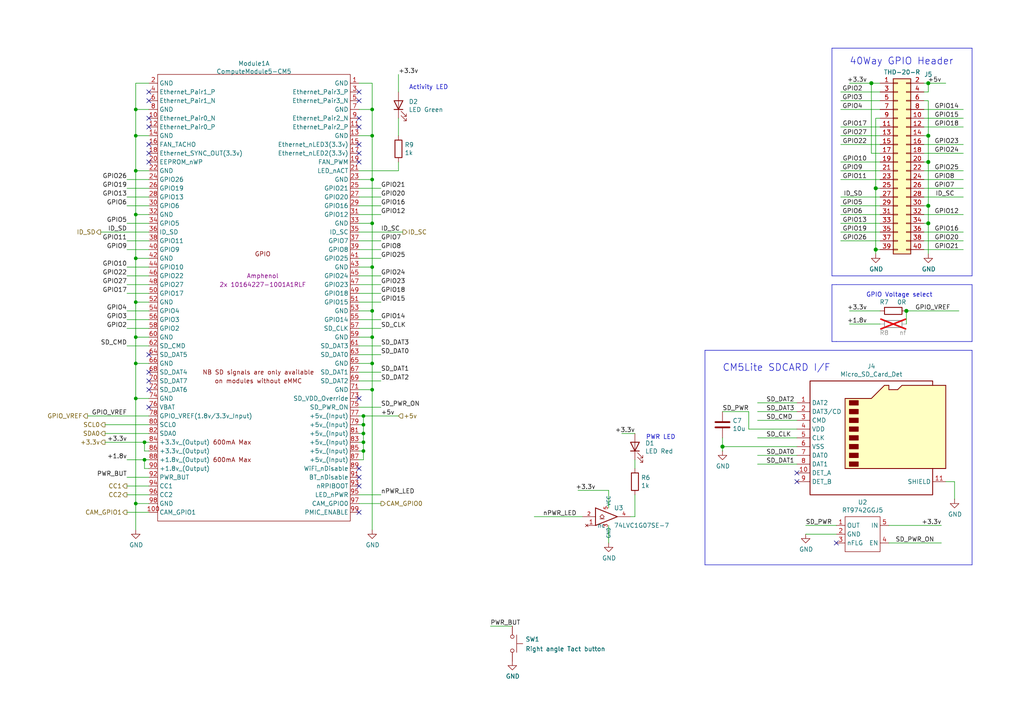
<source format=kicad_sch>
(kicad_sch (version 20231120) (generator "eeschema") (generator_version "8.0")
  (paper "A4")
  (lib_symbols
    (symbol "CM5IO:74LVC1G07_copy"
      (property "Reference" "U" (at -2.54 3.81 0))
      (property "Value" "74LVC1G07_copy" (at 0 -3.81 0))
      (symbol "74LVC1G07_copy_1_1"
        (pin no_connect line (at -6.35 -2.54 0) (length 2.54) (name "nc") (number "1"))
        (pin input line (at -7.62 0 0) (length 3.81) (name "~") (number "2"))
        (pin power_in line (at 0 -2.54 270) (length 0) (name "GND") (number "3"))
        (pin open_collector line (at 6.35 0 180) (length 3.81) (name "~") (number "4"))
        (pin power_in line (at 0 2.54 90) (length 0) (name "VCC") (number "5"))
      )
    )
    (symbol "CM5IO:ComputeModule5-CM5"
      (property "Reference" "Module" (at 113.03 -68.58 0))
      (property "Value" "ComputeModule5-CM5" (at 140.97 2.54 0))
      (property "Field4" "Amphenol" (at 0 0 0))
      (property "Field5" "2x 10164227-1001A1RLF" (at 0 -2.54 0))
      (symbol "ComputeModule5-CM5_1_0"
        (text "GPIO" (at 0 6.35 0) (effects (font (size 1.27 1.27))))
      )
      (symbol "ComputeModule5-CM5_1_1"
        (text "600mA Max" (at -8.89 -53.34 0) (effects (font (size 1.27 1.27))))
        (text "600mA Max" (at -8.89 -48.26 0) (effects (font (size 1.27 1.27))))
        (text "NB SD signals are only available" (at -1.27 -27.94 0) (effects (font (size 1.27 1.27))))
        (text "on modules without eMMC" (at -1.27 -30.48 0) (effects (font (size 1.27 1.27))))
        (pin power_in line (at 27.94 55.88 180) (length 2.54) (name "GND") (number "1"))
        (pin passive line (at -33.02 45.72 0) (length 2.54) (name "Ethernet_Pair0_N") (number "10"))
        (pin passive line (at -33.02 -68.58 0) (length 2.54) (name "CAM_GPIO1") (number "100"))
        (pin passive line (at 27.94 43.18 180) (length 2.54) (name "Ethernet_Pair2_P") (number "11"))
        (pin passive line (at -33.02 43.18 0) (length 2.54) (name "Ethernet_Pair0_P") (number "12"))
        (pin power_in line (at 27.94 40.64 180) (length 2.54) (name "GND") (number "13"))
        (pin power_in line (at -33.02 40.64 0) (length 2.54) (name "GND") (number "14"))
        (pin output line (at 27.94 38.1 180) (length 2.54) (name "Ethernet_nLED3(3.3v)") (number "15"))
        (pin input line (at -33.02 38.1 0) (length 2.54) (name "FAN_TACHO") (number "16"))
        (pin output line (at 27.94 35.56 180) (length 2.54) (name "Ethernet_nLED2(3.3v)") (number "17"))
        (pin input line (at -33.02 35.56 0) (length 2.54) (name "Ethernet_SYNC_OUT(3.3v)") (number "18"))
        (pin output line (at 27.94 33.02 180) (length 2.54) (name "FAN_PWM") (number "19"))
        (pin power_in line (at -33.02 55.88 0) (length 2.54) (name "GND") (number "2"))
        (pin passive line (at -33.02 33.02 0) (length 2.54) (name "EEPROM_nWP") (number "20"))
        (pin open_collector line (at 27.94 30.48 180) (length 2.54) (name "LED_nACT") (number "21"))
        (pin power_in line (at -33.02 30.48 0) (length 2.54) (name "GND") (number "22"))
        (pin power_in line (at 27.94 27.94 180) (length 2.54) (name "GND") (number "23"))
        (pin passive line (at -33.02 27.94 0) (length 2.54) (name "GPIO26") (number "24"))
        (pin passive line (at 27.94 25.4 180) (length 2.54) (name "GPIO21") (number "25"))
        (pin passive line (at -33.02 25.4 0) (length 2.54) (name "GPIO19") (number "26"))
        (pin passive line (at 27.94 22.86 180) (length 2.54) (name "GPIO20") (number "27"))
        (pin passive line (at -33.02 22.86 0) (length 2.54) (name "GPIO13") (number "28"))
        (pin passive line (at 27.94 20.32 180) (length 2.54) (name "GPIO16") (number "29"))
        (pin passive line (at 27.94 53.34 180) (length 2.54) (name "Ethernet_Pair3_P") (number "3"))
        (pin passive line (at -33.02 20.32 0) (length 2.54) (name "GPIO6") (number "30"))
        (pin passive line (at 27.94 17.78 180) (length 2.54) (name "GPIO12") (number "31"))
        (pin power_in line (at -33.02 17.78 0) (length 2.54) (name "GND") (number "32"))
        (pin power_in line (at 27.94 15.24 180) (length 2.54) (name "GND") (number "33"))
        (pin passive line (at -33.02 15.24 0) (length 2.54) (name "GPIO5") (number "34"))
        (pin passive line (at 27.94 12.7 180) (length 2.54) (name "ID_SC") (number "35"))
        (pin passive line (at -33.02 12.7 0) (length 2.54) (name "ID_SD") (number "36"))
        (pin passive line (at 27.94 10.16 180) (length 2.54) (name "GPIO7") (number "37"))
        (pin passive line (at -33.02 10.16 0) (length 2.54) (name "GPIO11") (number "38"))
        (pin passive line (at 27.94 7.62 180) (length 2.54) (name "GPIO8") (number "39"))
        (pin passive line (at -33.02 53.34 0) (length 2.54) (name "Ethernet_Pair1_P") (number "4"))
        (pin passive line (at -33.02 7.62 0) (length 2.54) (name "GPIO9") (number "40"))
        (pin passive line (at 27.94 5.08 180) (length 2.54) (name "GPIO25") (number "41"))
        (pin power_in line (at -33.02 5.08 0) (length 2.54) (name "GND") (number "42"))
        (pin power_in line (at 27.94 2.54 180) (length 2.54) (name "GND") (number "43"))
        (pin passive line (at -33.02 2.54 0) (length 2.54) (name "GPIO10") (number "44"))
        (pin passive line (at 27.94 0 180) (length 2.54) (name "GPIO24") (number "45"))
        (pin passive line (at -33.02 0 0) (length 2.54) (name "GPIO22") (number "46"))
        (pin passive line (at 27.94 -2.54 180) (length 2.54) (name "GPIO23") (number "47"))
        (pin passive line (at -33.02 -2.54 0) (length 2.54) (name "GPIO27") (number "48"))
        (pin passive line (at 27.94 -5.08 180) (length 2.54) (name "GPIO18") (number "49"))
        (pin passive line (at 27.94 50.8 180) (length 2.54) (name "Ethernet_Pair3_N") (number "5"))
        (pin passive line (at -33.02 -5.08 0) (length 2.54) (name "GPIO17") (number "50"))
        (pin passive line (at 27.94 -7.62 180) (length 2.54) (name "GPIO15") (number "51"))
        (pin power_in line (at -33.02 -7.62 0) (length 2.54) (name "GND") (number "52"))
        (pin power_in line (at 27.94 -10.16 180) (length 2.54) (name "GND") (number "53"))
        (pin passive line (at -33.02 -10.16 0) (length 2.54) (name "GPIO4") (number "54"))
        (pin passive line (at 27.94 -12.7 180) (length 2.54) (name "GPIO14") (number "55"))
        (pin passive line (at -33.02 -12.7 0) (length 2.54) (name "GPIO3") (number "56"))
        (pin passive line (at 27.94 -15.24 180) (length 2.54) (name "SD_CLK") (number "57"))
        (pin passive line (at -33.02 -15.24 0) (length 2.54) (name "GPIO2") (number "58"))
        (pin power_in line (at 27.94 -17.78 180) (length 2.54) (name "GND") (number "59"))
        (pin passive line (at -33.02 50.8 0) (length 2.54) (name "Ethernet_Pair1_N") (number "6"))
        (pin power_in line (at -33.02 -17.78 0) (length 2.54) (name "GND") (number "60"))
        (pin passive line (at 27.94 -20.32 180) (length 2.54) (name "SD_DAT3") (number "61"))
        (pin passive line (at -33.02 -20.32 0) (length 2.54) (name "SD_CMD") (number "62"))
        (pin passive line (at 27.94 -22.86 180) (length 2.54) (name "SD_DAT0") (number "63"))
        (pin passive line (at -33.02 -22.86 0) (length 2.54) (name "SD_DAT5") (number "64"))
        (pin power_in line (at 27.94 -25.4 180) (length 2.54) (name "GND") (number "65"))
        (pin power_in line (at -33.02 -25.4 0) (length 2.54) (name "GND") (number "66"))
        (pin passive line (at 27.94 -27.94 180) (length 2.54) (name "SD_DAT1") (number "67"))
        (pin passive line (at -33.02 -27.94 0) (length 2.54) (name "SD_DAT4") (number "68"))
        (pin passive line (at 27.94 -30.48 180) (length 2.54) (name "SD_DAT2") (number "69"))
        (pin power_in line (at 27.94 48.26 180) (length 2.54) (name "GND") (number "7"))
        (pin passive line (at -33.02 -30.48 0) (length 2.54) (name "SD_DAT7") (number "70"))
        (pin power_in line (at 27.94 -33.02 180) (length 2.54) (name "GND") (number "71"))
        (pin passive line (at -33.02 -33.02 0) (length 2.54) (name "SD_DAT6") (number "72"))
        (pin input line (at 27.94 -35.56 180) (length 2.54) (name "SD_VDD_Override") (number "73"))
        (pin power_in line (at -33.02 -35.56 0) (length 2.54) (name "GND") (number "74"))
        (pin output line (at 27.94 -38.1 180) (length 2.54) (name "SD_PWR_ON") (number "75"))
        (pin passive line (at -33.02 -38.1 0) (length 2.54) (name "VBAT") (number "76"))
        (pin power_in line (at 27.94 -40.64 180) (length 2.54) (name "+5v_(Input)") (number "77"))
        (pin power_in line (at -33.02 -40.64 0) (length 2.54) (name "GPIO_VREF(1.8v/3.3v_Input)") (number "78"))
        (pin power_in line (at 27.94 -43.18 180) (length 2.54) (name "+5v_(Input)") (number "79"))
        (pin power_in line (at -33.02 48.26 0) (length 2.54) (name "GND") (number "8"))
        (pin passive line (at -33.02 -43.18 0) (length 2.54) (name "SCL0") (number "80"))
        (pin power_in line (at 27.94 -45.72 180) (length 2.54) (name "+5v_(Input)") (number "81"))
        (pin passive line (at -33.02 -45.72 0) (length 2.54) (name "SDA0") (number "82"))
        (pin power_in line (at 27.94 -48.26 180) (length 2.54) (name "+5v_(Input)") (number "83"))
        (pin power_out line (at -33.02 -48.26 0) (length 2.54) (name "+3.3v_(Output)") (number "84"))
        (pin power_in line (at 27.94 -50.8 180) (length 2.54) (name "+5v_(Input)") (number "85"))
        (pin passive line (at -33.02 -50.8 0) (length 2.54) (name "+3.3v_(Output)") (number "86"))
        (pin power_in line (at 27.94 -53.34 180) (length 2.54) (name "+5v_(Input)") (number "87"))
        (pin power_out line (at -33.02 -53.34 0) (length 2.54) (name "+1.8v_(Output)") (number "88"))
        (pin input line (at 27.94 -55.88 180) (length 2.54) (name "WiFi_nDisable") (number "89"))
        (pin passive line (at 27.94 45.72 180) (length 2.54) (name "Ethernet_Pair2_N") (number "9"))
        (pin passive line (at -33.02 -55.88 0) (length 2.54) (name "+1.8v_(Output)") (number "90"))
        (pin input line (at 27.94 -58.42 180) (length 2.54) (name "BT_nDisable") (number "91"))
        (pin passive line (at -33.02 -58.42 0) (length 2.54) (name "PWR_BUT") (number "92"))
        (pin input line (at 27.94 -60.96 180) (length 2.54) (name "nRPIBOOT") (number "93"))
        (pin passive line (at -33.02 -60.96 0) (length 2.54) (name "CC1") (number "94"))
        (pin output line (at 27.94 -63.5 180) (length 2.54) (name "LED_nPWR") (number "95"))
        (pin passive line (at -33.02 -63.5 0) (length 2.54) (name "CC2") (number "96"))
        (pin passive line (at 27.94 -66.04 180) (length 2.54) (name "CAM_GPIO0") (number "97"))
        (pin power_in line (at -33.02 -66.04 0) (length 2.54) (name "GND") (number "98"))
        (pin input line (at 27.94 -68.58 180) (length 2.54) (name "PMIC_ENABLE") (number "99"))
      )
      (symbol "ComputeModule5-CM5_2_1"
        (text "High Speed Serial" (at 140.97 0 0) (effects (font (size 1.27 1.27))))
        (pin input line (at 170.18 60.96 180) (length 5.08) (name "USB_OTG_ID") (number "101"))
        (pin input line (at 109.22 60.96 0) (length 5.08) (name "PCIe_nCLKREQ") (number "102"))
        (pin passive line (at 170.18 58.42 180) (length 5.08) (name "USB2_N") (number "103"))
        (pin input line (at 109.22 58.42 0) (length 5.08) (name "PCIE_nWAKE") (number "104"))
        (pin passive line (at 170.18 55.88 180) (length 5.08) (name "USB2_P") (number "105"))
        (pin output line (at 109.22 55.88 0) (length 5.08) (name "PCIE_PWR_EN") (number "106"))
        (pin power_in line (at 170.18 53.34 180) (length 5.08) (name "GND") (number "107"))
        (pin power_in line (at 109.22 53.34 0) (length 5.08) (name "GND") (number "108"))
        (pin output line (at 170.18 50.8 180) (length 5.08) (name "PCIe_nRST") (number "109"))
        (pin output line (at 109.22 50.8 0) (length 5.08) (name "PCIe_CLK_P") (number "110"))
        (pin output line (at 170.18 48.26 180) (length 5.08) (name "VBUS_EN") (number "111"))
        (pin output line (at 109.22 48.26 0) (length 5.08) (name "PCIe_CLK_N") (number "112"))
        (pin power_in line (at 170.18 45.72 180) (length 5.08) (name "GND") (number "113"))
        (pin power_in line (at 109.22 45.72 0) (length 5.08) (name "GND") (number "114"))
        (pin input line (at 170.18 43.18 180) (length 5.08) (name "MIPI0_D0_N") (number "115"))
        (pin input line (at 109.22 43.18 0) (length 5.08) (name "PCIe_RX_P") (number "116"))
        (pin input line (at 170.18 40.64 180) (length 5.08) (name "MIPI0_D0_P") (number "117"))
        (pin input line (at 109.22 40.64 0) (length 5.08) (name "PCIe_RX_N") (number "118"))
        (pin power_in line (at 170.18 38.1 180) (length 5.08) (name "GND") (number "119"))
        (pin power_in line (at 109.22 38.1 0) (length 5.08) (name "GND") (number "120"))
        (pin input line (at 170.18 35.56 180) (length 5.08) (name "MIPI0_D1_N") (number "121"))
        (pin output line (at 109.22 35.56 0) (length 5.08) (name "PCIe_TX_P") (number "122"))
        (pin input line (at 170.18 33.02 180) (length 5.08) (name "MIPI0_D1_P") (number "123"))
        (pin output line (at 109.22 33.02 0) (length 5.08) (name "PCIe_TX_N") (number "124"))
        (pin power_in line (at 170.18 30.48 180) (length 5.08) (name "GND") (number "125"))
        (pin power_in line (at 109.22 30.48 0) (length 5.08) (name "GND") (number "126"))
        (pin input line (at 170.18 27.94 180) (length 5.08) (name "MIPI0_C_N") (number "127"))
        (pin input line (at 109.22 27.94 0) (length 5.08) (name "USB3-0-RX_N") (number "128"))
        (pin input line (at 170.18 25.4 180) (length 5.08) (name "MIPI0_C_P") (number "129"))
        (pin input line (at 109.22 25.4 0) (length 5.08) (name "USB3-0-RX_P") (number "130"))
        (pin power_in line (at 170.18 22.86 180) (length 5.08) (name "GND") (number "131"))
        (pin power_in line (at 109.22 22.86 0) (length 5.08) (name "GND") (number "132"))
        (pin input line (at 170.18 20.32 180) (length 5.08) (name "MIPI0_D2_N") (number "133"))
        (pin passive line (at 109.22 20.32 0) (length 5.08) (name "USB3-0-D_P") (number "134"))
        (pin input line (at 170.18 17.78 180) (length 5.08) (name "MIPI0_D2_P") (number "135"))
        (pin passive line (at 109.22 17.78 0) (length 5.08) (name "USB3-0-D_N") (number "136"))
        (pin power_in line (at 170.18 15.24 180) (length 5.08) (name "GND") (number "137"))
        (pin power_in line (at 109.22 15.24 0) (length 5.08) (name "GND") (number "138"))
        (pin input line (at 170.18 12.7 180) (length 5.08) (name "MIPI0_D3_N") (number "139"))
        (pin output line (at 109.22 12.7 0) (length 5.08) (name "USB3-0-TX_N") (number "140"))
        (pin input line (at 170.18 10.16 180) (length 5.08) (name "MIPI0_D3_P") (number "141"))
        (pin output line (at 109.22 10.16 0) (length 5.08) (name "USB3-0-TX_P") (number "142"))
        (pin input line (at 170.18 7.62 180) (length 5.08) (name "HDMI1_HOTPLUG") (number "143"))
        (pin power_in line (at 109.22 7.62 0) (length 5.08) (name "GND") (number "144"))
        (pin bidirectional line (at 170.18 5.08 180) (length 5.08) (name "HDMI1_SDA") (number "145"))
        (pin output line (at 109.22 5.08 0) (length 5.08) (name "HDMI1_TX2_P") (number "146"))
        (pin open_collector line (at 170.18 2.54 180) (length 5.08) (name "HDMI1_SCL") (number "147"))
        (pin output line (at 109.22 2.54 0) (length 5.08) (name "HDMI1_TX2_N") (number "148"))
        (pin open_collector line (at 170.18 0 180) (length 5.08) (name "HDMI1_CEC") (number "149"))
        (pin power_in line (at 109.22 0 0) (length 5.08) (name "GND") (number "150"))
        (pin open_collector line (at 170.18 -2.54 180) (length 5.08) (name "HDMI0_CEC") (number "151"))
        (pin output line (at 109.22 -2.54 0) (length 5.08) (name "HDMI1_TX1_P") (number "152"))
        (pin input line (at 170.18 -5.08 180) (length 5.08) (name "HDMI0_HOTPLUG") (number "153"))
        (pin output line (at 109.22 -5.08 0) (length 5.08) (name "HDMI1_TX1_N") (number "154"))
        (pin power_in line (at 170.18 -7.62 180) (length 5.08) (name "GND") (number "155"))
        (pin power_in line (at 109.22 -7.62 0) (length 5.08) (name "GND") (number "156"))
        (pin input line (at 170.18 -10.16 180) (length 5.08) (name "USB3-1-RX_N") (number "157"))
        (pin output line (at 109.22 -10.16 0) (length 5.08) (name "HDMI1_TX0_P") (number "158"))
        (pin input line (at 170.18 -12.7 180) (length 5.08) (name "USB3-1-RX_P") (number "159"))
        (pin output line (at 109.22 -12.7 0) (length 5.08) (name "HDMI1_TX0_N") (number "160"))
        (pin power_in line (at 170.18 -15.24 180) (length 5.08) (name "GND") (number "161"))
        (pin power_in line (at 109.22 -15.24 0) (length 5.08) (name "GND") (number "162"))
        (pin passive line (at 170.18 -17.78 180) (length 5.08) (name "USB3-1-D_P") (number "163"))
        (pin output line (at 109.22 -17.78 0) (length 5.08) (name "HDMI1_CLK_P") (number "164"))
        (pin passive line (at 170.18 -20.32 180) (length 5.08) (name "USB3-1-D_N") (number "165"))
        (pin output line (at 109.22 -20.32 0) (length 5.08) (name "HDMI1_CLK_N") (number "166"))
        (pin power_in line (at 170.18 -22.86 180) (length 5.08) (name "GND") (number "167"))
        (pin power_in line (at 109.22 -22.86 0) (length 5.08) (name "GND") (number "168"))
        (pin output line (at 170.18 -25.4 180) (length 5.08) (name "USB3-1-TX_N") (number "169"))
        (pin output line (at 109.22 -25.4 0) (length 5.08) (name "HDMI0_TX2_P") (number "170"))
        (pin output line (at 170.18 -27.94 180) (length 5.08) (name "USB3-1-TX_P") (number "171"))
        (pin output line (at 109.22 -27.94 0) (length 5.08) (name "HDMI0_TX2_N") (number "172"))
        (pin power_in line (at 170.18 -30.48 180) (length 5.08) (name "GND") (number "173"))
        (pin power_in line (at 109.22 -30.48 0) (length 5.08) (name "GND") (number "174"))
        (pin output line (at 170.18 -33.02 180) (length 5.08) (name "MIPI1_D0_N") (number "175"))
        (pin output line (at 109.22 -33.02 0) (length 5.08) (name "HDMI0_TX1_P") (number "176"))
        (pin output line (at 170.18 -35.56 180) (length 5.08) (name "MIPI1_D0_P") (number "177"))
        (pin output line (at 109.22 -35.56 0) (length 5.08) (name "HDMI0_TX1_N") (number "178"))
        (pin power_in line (at 170.18 -38.1 180) (length 5.08) (name "GND") (number "179"))
        (pin power_in line (at 109.22 -38.1 0) (length 5.08) (name "GND") (number "180"))
        (pin output line (at 170.18 -40.64 180) (length 5.08) (name "MIPI1_D1_N") (number "181"))
        (pin output line (at 109.22 -40.64 0) (length 5.08) (name "HDMI0_TX0_P") (number "182"))
        (pin output line (at 170.18 -43.18 180) (length 5.08) (name "MIPI1_D1_P") (number "183"))
        (pin output line (at 109.22 -43.18 0) (length 5.08) (name "HDMI0_TX0_N") (number "184"))
        (pin power_in line (at 170.18 -45.72 180) (length 5.08) (name "GND") (number "185"))
        (pin power_in line (at 109.22 -45.72 0) (length 5.08) (name "GND") (number "186"))
        (pin output line (at 170.18 -48.26 180) (length 5.08) (name "MIPI1_C_N") (number "187"))
        (pin output line (at 109.22 -48.26 0) (length 5.08) (name "HDMI0_CLK_P") (number "188"))
        (pin output line (at 170.18 -50.8 180) (length 5.08) (name "MIPI1_C_P") (number "189"))
        (pin output line (at 109.22 -50.8 0) (length 5.08) (name "HDMI0_CLK_N") (number "190"))
        (pin power_in line (at 170.18 -53.34 180) (length 5.08) (name "GND") (number "191"))
        (pin power_in line (at 109.22 -53.34 0) (length 5.08) (name "GND") (number "192"))
        (pin output line (at 170.18 -55.88 180) (length 5.08) (name "MIPI1_D2_N") (number "193"))
        (pin output line (at 109.22 -55.88 0) (length 5.08) (name "MIPI1_D3_N") (number "194"))
        (pin output line (at 170.18 -58.42 180) (length 5.08) (name "MIPI1_D2_P") (number "195"))
        (pin output line (at 109.22 -58.42 0) (length 5.08) (name "MIPI1_D3_P") (number "196"))
        (pin power_in line (at 170.18 -60.96 180) (length 5.08) (name "GND") (number "197"))
        (pin power_in line (at 109.22 -60.96 0) (length 5.08) (name "GND") (number "198"))
        (pin bidirectional line (at 170.18 -63.5 180) (length 5.08) (name "HDMI0_SDA") (number "199"))
        (pin open_collector line (at 109.22 -63.5 0) (length 5.08) (name "HDMI0_SCL") (number "200"))
      )
    )
    (symbol "CM5IO:RT9742GGJ5"
      (property "Reference" "U" (at 0 0 0))
      (property "Value" "RT9742GGJ5" (at 0 0 0))
      (symbol "RT9742GGJ5_0_0"
        (pin power_out line (at -8.89 10.16 0) (length 2.54) (name "OUT") (number "1"))
        (pin power_in line (at -8.89 7.62 0) (length 2.54) (name "GND") (number "2"))
        (pin open_collector line (at -8.89 5.08 0) (length 2.54) (name "nFLG") (number "3"))
        (pin input line (at 6.35 5.08 180) (length 2.54) (name "EN") (number "4"))
        (pin power_in line (at 6.35 10.16 180) (length 2.54) (name "IN") (number "5"))
      )
    )
    (symbol "Connector:Micro_SD_Card_Det2"
      (property "Reference" "J" (at -16.51 17.78 0))
      (property "Value" "Micro_SD_Card_Det2" (at 16.51 17.78 0))
      (symbol "Micro_SD_Card_Det2_1_1"
        (pin bidirectional line (at -22.86 10.16 0) (length 3.81) (name "DAT2") (number "1"))
        (pin passive line (at -22.86 -10.16 0) (length 3.81) (name "DET_A") (number "10"))
        (pin passive line (at 20.32 -12.7 180) (length 3.81) (name "SHIELD") (number "11"))
        (pin bidirectional line (at -22.86 7.62 0) (length 3.81) (name "DAT3/CD") (number "2"))
        (pin input line (at -22.86 5.08 0) (length 3.81) (name "CMD") (number "3"))
        (pin power_in line (at -22.86 2.54 0) (length 3.81) (name "VDD") (number "4"))
        (pin input line (at -22.86 0 0) (length 3.81) (name "CLK") (number "5"))
        (pin power_in line (at -22.86 -2.54 0) (length 3.81) (name "VSS") (number "6"))
        (pin bidirectional line (at -22.86 -5.08 0) (length 3.81) (name "DAT0") (number "7"))
        (pin bidirectional line (at -22.86 -7.62 0) (length 3.81) (name "DAT1") (number "8"))
        (pin passive line (at -22.86 -12.7 0) (length 3.81) (name "DET_B") (number "9"))
      )
    )
    (symbol "Connector_Generic:Conn_02x20_Odd_Even" (pin_names (offset 1.016) hide)
      (property "Reference" "J" (at 1.27 25.4 0))
      (property "Value" "Conn_02x20_Odd_Even" (at 1.27 -27.94 0))
      (symbol "Conn_02x20_Odd_Even_1_1"
        (pin passive line (at -5.08 22.86 0) (length 3.81) (name "Pin_1") (number "1"))
        (pin passive line (at 7.62 12.7 180) (length 3.81) (name "Pin_10") (number "10"))
        (pin passive line (at -5.08 10.16 0) (length 3.81) (name "Pin_11") (number "11"))
        (pin passive line (at 7.62 10.16 180) (length 3.81) (name "Pin_12") (number "12"))
        (pin passive line (at -5.08 7.62 0) (length 3.81) (name "Pin_13") (number "13"))
        (pin passive line (at 7.62 7.62 180) (length 3.81) (name "Pin_14") (number "14"))
        (pin passive line (at -5.08 5.08 0) (length 3.81) (name "Pin_15") (number "15"))
        (pin passive line (at 7.62 5.08 180) (length 3.81) (name "Pin_16") (number "16"))
        (pin passive line (at -5.08 2.54 0) (length 3.81) (name "Pin_17") (number "17"))
        (pin passive line (at 7.62 2.54 180) (length 3.81) (name "Pin_18") (number "18"))
        (pin passive line (at -5.08 0 0) (length 3.81) (name "Pin_19") (number "19"))
        (pin passive line (at 7.62 22.86 180) (length 3.81) (name "Pin_2") (number "2"))
        (pin passive line (at 7.62 0 180) (length 3.81) (name "Pin_20") (number "20"))
        (pin passive line (at -5.08 -2.54 0) (length 3.81) (name "Pin_21") (number "21"))
        (pin passive line (at 7.62 -2.54 180) (length 3.81) (name "Pin_22") (number "22"))
        (pin passive line (at -5.08 -5.08 0) (length 3.81) (name "Pin_23") (number "23"))
        (pin passive line (at 7.62 -5.08 180) (length 3.81) (name "Pin_24") (number "24"))
        (pin passive line (at -5.08 -7.62 0) (length 3.81) (name "Pin_25") (number "25"))
        (pin passive line (at 7.62 -7.62 180) (length 3.81) (name "Pin_26") (number "26"))
        (pin passive line (at -5.08 -10.16 0) (length 3.81) (name "Pin_27") (number "27"))
        (pin passive line (at 7.62 -10.16 180) (length 3.81) (name "Pin_28") (number "28"))
        (pin passive line (at -5.08 -12.7 0) (length 3.81) (name "Pin_29") (number "29"))
        (pin passive line (at -5.08 20.32 0) (length 3.81) (name "Pin_3") (number "3"))
        (pin passive line (at 7.62 -12.7 180) (length 3.81) (name "Pin_30") (number "30"))
        (pin passive line (at -5.08 -15.24 0) (length 3.81) (name "Pin_31") (number "31"))
        (pin passive line (at 7.62 -15.24 180) (length 3.81) (name "Pin_32") (number "32"))
        (pin passive line (at -5.08 -17.78 0) (length 3.81) (name "Pin_33") (number "33"))
        (pin passive line (at 7.62 -17.78 180) (length 3.81) (name "Pin_34") (number "34"))
        (pin passive line (at -5.08 -20.32 0) (length 3.81) (name "Pin_35") (number "35"))
        (pin passive line (at 7.62 -20.32 180) (length 3.81) (name "Pin_36") (number "36"))
        (pin passive line (at -5.08 -22.86 0) (length 3.81) (name "Pin_37") (number "37"))
        (pin passive line (at 7.62 -22.86 180) (length 3.81) (name "Pin_38") (number "38"))
        (pin passive line (at -5.08 -25.4 0) (length 3.81) (name "Pin_39") (number "39"))
        (pin passive line (at 7.62 20.32 180) (length 3.81) (name "Pin_4") (number "4"))
        (pin passive line (at 7.62 -25.4 180) (length 3.81) (name "Pin_40") (number "40"))
        (pin passive line (at -5.08 17.78 0) (length 3.81) (name "Pin_5") (number "5"))
        (pin passive line (at 7.62 17.78 180) (length 3.81) (name "Pin_6") (number "6"))
        (pin passive line (at -5.08 15.24 0) (length 3.81) (name "Pin_7") (number "7"))
        (pin passive line (at 7.62 15.24 180) (length 3.81) (name "Pin_8") (number "8"))
        (pin passive line (at -5.08 12.7 0) (length 3.81) (name "Pin_9") (number "9"))
      )
    )
    (symbol "Device:C" (pin_numbers hide) (pin_names (offset 0.254))
      (property "Reference" "C" (at 0.635 2.54 0))
      (property "Value" "C" (at 0.635 -2.54 0))
      (symbol "C_1_1"
        (pin passive line (at 0 3.81 270) (length 2.794) (name "~") (number "1"))
        (pin passive line (at 0 -3.81 90) (length 2.794) (name "~") (number "2"))
      )
    )
    (symbol "Device:LED" (pin_numbers hide) (pin_names (offset 1.016) hide)
      (property "Reference" "D" (at 0 2.54 0))
      (property "Value" "LED" (at 0 -2.54 0))
      (symbol "LED_1_1"
        (pin passive line (at -3.81 0 0) (length 2.54) (name "K") (number "1"))
        (pin passive line (at 3.81 0 180) (length 2.54) (name "A") (number "2"))
      )
    )
    (symbol "Device:R" (pin_numbers hide) (pin_names (offset 0))
      (property "Reference" "R" (at 2.032 0 90))
      (property "Value" "R" (at 0 0 90))
      (symbol "R_1_1"
        (pin passive line (at 0 3.81 270) (length 1.27) (name "~") (number "1"))
        (pin passive line (at 0 -3.81 90) (length 1.27) (name "~") (number "2"))
      )
    )
    (symbol "LED_1" (pin_numbers hide) (pin_names (offset 1.016) hide)
      (property "Reference" "D" (at 0 2.54 0))
      (property "Value" "LED" (at 0 -2.54 0))
      (symbol "LED_1_1_1"
        (pin passive line (at -3.81 0 0) (length 2.54) (name "K") (number "1"))
        (pin passive line (at 3.81 0 180) (length 2.54) (name "A") (number "2"))
      )
    )
    (symbol "Switch:SW_Push" (pin_numbers hide) (pin_names (offset 1.016) hide)
      (property "Reference" "SW" (at 1.27 2.54 0))
      (property "Value" "SW_Push" (at 0 -1.524 0))
      (symbol "SW_Push_0_1"
        (pin passive line (at -5.08 0 0) (length 2.54) (name "1") (number "1"))
        (pin passive line (at 5.08 0 180) (length 2.54) (name "2") (number "2"))
      )
    )
    (symbol "power:GND" (power) (pin_numbers hide) (pin_names (offset 0) hide)
      (property "Value" "GND" (at 0 -3.81 0))
      (symbol "GND_1_1"
        (pin power_in line (at 0 0 270) (length 0) (name "~") (number "1"))
      )
    )
  )
  (junction (at 107.95 113.03))
  (junction (at 107.95 97.79))
  (junction (at 105.41 125.73))
  (junction (at 254 54.61) (diameter 1.016))
  (junction (at 269.24 59.69) (diameter 1.016))
  (junction (at 105.41 128.27))
  (junction (at 269.24 64.77) (diameter 1.016))
  (junction (at 107.95 52.07))
  (junction (at 41.91 133.35))
  (junction (at 105.41 120.65))
  (junction (at 107.95 31.75))
  (junction (at 107.95 77.47))
  (junction (at 39.37 146.05))
  (junction (at 39.37 105.41))
  (junction (at 107.95 64.77))
  (junction (at 39.37 87.63))
  (junction (at 262.89 90.17) (diameter 1.016))
  (junction (at 105.41 130.81))
  (junction (at 39.37 97.79))
  (junction (at 269.24 46.99) (diameter 1.016))
  (junction (at 107.95 39.37))
  (junction (at 209.55 129.54) (diameter 1.016))
  (junction (at 39.37 49.53))
  (junction (at 269.24 39.37) (diameter 1.016))
  (junction (at 254 72.39) (diameter 1.016))
  (junction (at 107.95 105.41))
  (junction (at 105.41 123.19))
  (junction (at 41.91 128.27))
  (junction (at 252.73 24.13) (diameter 1.016))
  (junction (at 39.37 115.57))
  (junction (at 269.24 24.13) (diameter 1.016))
  (junction (at 39.37 62.23))
  (junction (at 107.95 90.17))
  (junction (at 39.37 74.93))
  (junction (at 39.37 31.75))
  (junction (at 39.37 39.37))
  (no_connect (at 231.14 137.16))
  (no_connect (at 242.57 157.48))
  (no_connect (at 104.14 115.57))
  (no_connect (at 104.14 148.59))
  (no_connect (at 43.18 118.11))
  (no_connect (at 104.14 36.83))
  (no_connect (at 43.18 46.99))
  (no_connect (at 43.18 26.67))
  (no_connect (at 104.14 135.89))
  (no_connect (at 104.14 46.99))
  (no_connect (at 104.14 138.43))
  (no_connect (at 43.18 110.49))
  (no_connect (at 43.18 44.45))
  (no_connect (at 43.18 29.21))
  (no_connect (at 43.18 36.83))
  (no_connect (at 43.18 113.03))
  (no_connect (at 104.14 140.97))
  (no_connect (at 104.14 34.29))
  (no_connect (at 43.18 102.87))
  (no_connect (at 231.14 139.7))
  (no_connect (at 43.18 34.29))
  (no_connect (at 104.14 44.45))
  (no_connect (at 104.14 26.67))
  (no_connect (at 43.18 41.91))
  (no_connect (at 104.14 29.21))
  (no_connect (at 43.18 107.95))
  (no_connect (at 104.14 41.91))
  (wire (pts (xy 104.14 67.31) (xy 116.84 67.31)))
  (wire (pts (xy 176.53 152.4) (xy 176.53 157.48)))
  (wire (pts (xy 104.14 74.93) (xy 110.49 74.93)))
  (wire (pts (xy 107.95 24.13) (xy 107.95 31.75)))
  (wire (pts (xy 115.57 49.53) (xy 115.57 46.99)))
  (polyline (pts (xy 281.94 99.06) (xy 242.57 99.06)) (stroke (width 0) (type solid)))
  (wire (pts (xy 242.57 152.4) (xy 233.68 152.4)))
  (wire (pts (xy 105.41 125.73) (xy 105.41 123.19)))
  (wire (pts (xy 39.37 24.13) (xy 39.37 31.75)))
  (wire (pts (xy 269.24 59.69) (xy 269.24 46.99)))
  (wire (pts (xy 243.84 59.69) (xy 255.27 59.69)))
  (wire (pts (xy 105.41 120.65) (xy 115.57 120.65)))
  (polyline (pts (xy 204.47 101.6) (xy 281.94 101.6)) (stroke (width 0) (type solid)))
  (wire (pts (xy 104.14 80.01) (xy 110.49 80.01)))
  (wire (pts (xy 246.38 93.98) (xy 255.27 93.98)))
  (wire (pts (xy 115.57 21.59) (xy 115.57 26.67)))
  (wire (pts (xy 104.14 100.33) (xy 110.49 100.33)))
  (wire (pts (xy 269.24 24.13) (xy 274.32 24.13)))
  (wire (pts (xy 30.48 128.27) (xy 41.91 128.27)))
  (wire (pts (xy 142.24 181.61) (xy 148.59 181.61)))
  (wire (pts (xy 104.14 39.37) (xy 107.95 39.37)))
  (wire (pts (xy 267.97 69.85) (xy 279.4 69.85)))
  (wire (pts (xy 104.14 107.95) (xy 110.49 107.95)))
  (polyline (pts (xy 241.3 99.06) (xy 241.3 82.55)) (stroke (width 0) (type solid)))
  (wire (pts (xy 246.38 90.17) (xy 255.27 90.17)))
  (wire (pts (xy 231.14 134.62) (xy 219.71 134.62)))
  (wire (pts (xy 267.97 67.31) (xy 279.4 67.31)))
  (wire (pts (xy 104.14 62.23) (xy 110.49 62.23)))
  (wire (pts (xy 104.14 59.69) (xy 110.49 59.69)))
  (wire (pts (xy 104.14 113.03) (xy 107.95 113.03)))
  (wire (pts (xy 267.97 36.83) (xy 279.4 36.83)))
  (wire (pts (xy 36.83 138.43) (xy 43.18 138.43)))
  (wire (pts (xy 243.84 69.85) (xy 255.27 69.85)))
  (wire (pts (xy 107.95 90.17) (xy 107.95 97.79)))
  (wire (pts (xy 39.37 74.93) (xy 43.18 74.93)))
  (wire (pts (xy 104.14 125.73) (xy 105.41 125.73)))
  (wire (pts (xy 39.37 115.57) (xy 43.18 115.57)))
  (wire (pts (xy 104.14 97.79) (xy 107.95 97.79)))
  (wire (pts (xy 39.37 97.79) (xy 43.18 97.79)))
  (polyline (pts (xy 204.47 163.83) (xy 204.47 101.6)) (stroke (width 0) (type solid)))
  (wire (pts (xy 243.84 52.07) (xy 255.27 52.07)))
  (wire (pts (xy 39.37 146.05) (xy 39.37 153.67)))
  (wire (pts (xy 269.24 64.77) (xy 269.24 73.66)))
  (wire (pts (xy 36.83 100.33) (xy 43.18 100.33)))
  (wire (pts (xy 257.81 152.4) (xy 273.05 152.4)))
  (wire (pts (xy 36.83 59.69) (xy 43.18 59.69)))
  (wire (pts (xy 231.14 119.38) (xy 219.71 119.38)))
  (wire (pts (xy 267.97 29.21) (xy 269.24 29.21)))
  (wire (pts (xy 231.14 127) (xy 219.71 127)))
  (wire (pts (xy 267.97 31.75) (xy 279.4 31.75)))
  (wire (pts (xy 39.37 105.41) (xy 43.18 105.41)))
  (wire (pts (xy 30.48 123.19) (xy 43.18 123.19)))
  (wire (pts (xy 104.14 31.75) (xy 107.95 31.75)))
  (wire (pts (xy 36.83 54.61) (xy 43.18 54.61)))
  (wire (pts (xy 104.14 85.09) (xy 110.49 85.09)))
  (wire (pts (xy 209.55 129.54) (xy 209.55 130.81)))
  (wire (pts (xy 107.95 97.79) (xy 107.95 105.41)))
  (wire (pts (xy 104.14 49.53) (xy 115.57 49.53)))
  (wire (pts (xy 43.18 24.13) (xy 39.37 24.13)))
  (wire (pts (xy 104.14 110.49) (xy 110.49 110.49)))
  (wire (pts (xy 267.97 24.13) (xy 269.24 24.13)))
  (wire (pts (xy 43.18 31.75) (xy 39.37 31.75)))
  (wire (pts (xy 269.24 29.21) (xy 269.24 39.37)))
  (wire (pts (xy 105.41 120.65) (xy 105.41 123.19)))
  (wire (pts (xy 184.15 143.51) (xy 184.15 149.86)))
  (wire (pts (xy 243.84 46.99) (xy 255.27 46.99)))
  (wire (pts (xy 104.14 123.19) (xy 105.41 123.19)))
  (wire (pts (xy 269.24 64.77) (xy 269.24 59.69)))
  (wire (pts (xy 104.14 118.11) (xy 110.49 118.11)))
  (wire (pts (xy 41.91 135.89) (xy 41.91 133.35)))
  (wire (pts (xy 257.81 157.48) (xy 273.05 157.48)))
  (wire (pts (xy 267.97 54.61) (xy 279.4 54.61)))
  (polyline (pts (xy 241.3 99.06) (xy 242.57 99.06)) (stroke (width 0) (type solid)))
  (wire (pts (xy 104.14 128.27) (xy 105.41 128.27)))
  (polyline (pts (xy 281.94 13.97) (xy 241.3 13.97)) (stroke (width 0) (type solid)))
  (wire (pts (xy 104.14 105.41) (xy 107.95 105.41)))
  (wire (pts (xy 39.37 74.93) (xy 39.37 87.63)))
  (wire (pts (xy 209.55 127) (xy 209.55 129.54)))
  (wire (pts (xy 104.14 54.61) (xy 110.49 54.61)))
  (wire (pts (xy 252.73 44.45) (xy 255.27 44.45)))
  (wire (pts (xy 243.84 29.21) (xy 255.27 29.21)))
  (wire (pts (xy 209.55 129.54) (xy 231.14 129.54)))
  (wire (pts (xy 231.14 124.46) (xy 217.17 124.46)))
  (wire (pts (xy 267.97 52.07) (xy 279.4 52.07)))
  (wire (pts (xy 104.14 95.25) (xy 110.49 95.25)))
  (wire (pts (xy 254 54.61) (xy 255.27 54.61)))
  (wire (pts (xy 39.37 105.41) (xy 39.37 115.57)))
  (wire (pts (xy 36.83 133.35) (xy 41.91 133.35)))
  (wire (pts (xy 154.94 149.86) (xy 168.91 149.86)))
  (wire (pts (xy 39.37 87.63) (xy 39.37 97.79)))
  (wire (pts (xy 104.14 120.65) (xy 105.41 120.65)))
  (polyline (pts (xy 281.94 163.83) (xy 204.47 163.83)) (stroke (width 0) (type solid)))
  (wire (pts (xy 269.24 39.37) (xy 267.97 39.37)))
  (wire (pts (xy 176.53 147.32) (xy 176.53 142.24)))
  (wire (pts (xy 39.37 146.05) (xy 43.18 146.05)))
  (wire (pts (xy 105.41 133.35) (xy 105.41 130.81)))
  (wire (pts (xy 267.97 59.69) (xy 269.24 59.69)))
  (polyline (pts (xy 281.94 82.55) (xy 281.94 99.06)) (stroke (width 0) (type solid)))
  (wire (pts (xy 217.17 124.46) (xy 217.17 119.38)))
  (wire (pts (xy 242.57 154.94) (xy 233.68 154.94)))
  (wire (pts (xy 107.95 31.75) (xy 107.95 39.37)))
  (wire (pts (xy 29.21 67.31) (xy 43.18 67.31)))
  (wire (pts (xy 36.83 69.85) (xy 43.18 69.85)))
  (wire (pts (xy 36.83 52.07) (xy 43.18 52.07)))
  (wire (pts (xy 254 72.39) (xy 254 73.66)))
  (wire (pts (xy 267.97 34.29) (xy 279.4 34.29)))
  (wire (pts (xy 243.84 57.15) (xy 255.27 57.15)))
  (wire (pts (xy 39.37 39.37) (xy 39.37 49.53)))
  (wire (pts (xy 243.84 31.75) (xy 255.27 31.75)))
  (wire (pts (xy 269.24 46.99) (xy 267.97 46.99)))
  (wire (pts (xy 243.84 64.77) (xy 255.27 64.77)))
  (wire (pts (xy 243.84 36.83) (xy 255.27 36.83)))
  (wire (pts (xy 104.14 72.39) (xy 110.49 72.39)))
  (wire (pts (xy 107.95 52.07) (xy 107.95 64.77)))
  (wire (pts (xy 104.14 92.71) (xy 110.49 92.71)))
  (polyline (pts (xy 281.94 101.6) (xy 281.94 163.83)) (stroke (width 0) (type solid)))
  (wire (pts (xy 39.37 62.23) (xy 39.37 74.93)))
  (wire (pts (xy 243.84 26.67) (xy 255.27 26.67)))
  (wire (pts (xy 254 34.29) (xy 254 54.61)))
  (wire (pts (xy 267.97 44.45) (xy 279.4 44.45)))
  (polyline (pts (xy 241.3 80.01) (xy 281.94 80.01)) (stroke (width 0) (type solid)))
  (wire (pts (xy 36.83 57.15) (xy 43.18 57.15)))
  (wire (pts (xy 104.14 133.35) (xy 105.41 133.35)))
  (wire (pts (xy 39.37 87.63) (xy 43.18 87.63)))
  (wire (pts (xy 262.89 90.17) (xy 262.89 93.98)))
  (wire (pts (xy 39.37 49.53) (xy 43.18 49.53)))
  (wire (pts (xy 36.83 90.17) (xy 43.18 90.17)))
  (wire (pts (xy 39.37 39.37) (xy 43.18 39.37)))
  (wire (pts (xy 255.27 34.29) (xy 254 34.29)))
  (wire (pts (xy 39.37 97.79) (xy 39.37 105.41)))
  (wire (pts (xy 43.18 135.89) (xy 41.91 135.89)))
  (wire (pts (xy 41.91 133.35) (xy 43.18 133.35)))
  (wire (pts (xy 243.84 39.37) (xy 255.27 39.37)))
  (wire (pts (xy 107.95 64.77) (xy 107.95 77.47)))
  (wire (pts (xy 176.53 142.24) (xy 167.64 142.24)))
  (wire (pts (xy 246.38 24.13) (xy 252.73 24.13)))
  (wire (pts (xy 36.83 85.09) (xy 43.18 85.09)))
  (wire (pts (xy 36.83 64.77) (xy 43.18 64.77)))
  (wire (pts (xy 104.14 52.07) (xy 107.95 52.07)))
  (wire (pts (xy 39.37 31.75) (xy 39.37 39.37)))
  (wire (pts (xy 252.73 24.13) (xy 252.73 44.45)))
  (wire (pts (xy 36.83 82.55) (xy 43.18 82.55)))
  (wire (pts (xy 36.83 72.39) (xy 43.18 72.39)))
  (wire (pts (xy 104.14 24.13) (xy 107.95 24.13)))
  (wire (pts (xy 267.97 26.67) (xy 269.24 26.67)))
  (wire (pts (xy 107.95 105.41) (xy 107.95 113.03)))
  (wire (pts (xy 254 72.39) (xy 255.27 72.39)))
  (wire (pts (xy 39.37 62.23) (xy 43.18 62.23)))
  (wire (pts (xy 36.83 140.97) (xy 43.18 140.97)))
  (wire (pts (xy 267.97 72.39) (xy 279.4 72.39)))
  (wire (pts (xy 267.97 41.91) (xy 279.4 41.91)))
  (wire (pts (xy 243.84 41.91) (xy 255.27 41.91)))
  (wire (pts (xy 104.14 130.81) (xy 105.41 130.81)))
  (wire (pts (xy 219.71 116.84) (xy 231.14 116.84)))
  (wire (pts (xy 267.97 49.53) (xy 279.4 49.53)))
  (wire (pts (xy 267.97 64.77) (xy 269.24 64.77)))
  (wire (pts (xy 41.91 128.27) (xy 43.18 128.27)))
  (wire (pts (xy 104.14 102.87) (xy 110.49 102.87)))
  (wire (pts (xy 105.41 128.27) (xy 105.41 125.73)))
  (polyline (pts (xy 242.57 82.55) (xy 241.3 82.55)) (stroke (width 0) (type solid)))
  (wire (pts (xy 104.14 90.17) (xy 107.95 90.17)))
  (wire (pts (xy 36.83 77.47) (xy 43.18 77.47)))
  (wire (pts (xy 104.14 146.05) (xy 110.49 146.05)))
  (wire (pts (xy 36.83 143.51) (xy 43.18 143.51)))
  (wire (pts (xy 269.24 26.67) (xy 269.24 24.13)))
  (wire (pts (xy 36.83 92.71) (xy 43.18 92.71)))
  (wire (pts (xy 107.95 39.37) (xy 107.95 52.07)))
  (wire (pts (xy 104.14 77.47) (xy 107.95 77.47)))
  (polyline (pts (xy 241.3 13.97) (xy 241.3 80.01)) (stroke (width 0) (type solid)))
  (wire (pts (xy 115.57 34.29) (xy 115.57 39.37)))
  (wire (pts (xy 184.15 149.86) (xy 182.88 149.86)))
  (wire (pts (xy 107.95 77.47) (xy 107.95 90.17)))
  (wire (pts (xy 30.48 125.73) (xy 43.18 125.73)))
  (wire (pts (xy 36.83 148.59) (xy 43.18 148.59)))
  (wire (pts (xy 184.15 125.73) (xy 180.34 125.73)))
  (wire (pts (xy 39.37 115.57) (xy 39.37 146.05)))
  (wire (pts (xy 184.15 133.35) (xy 184.15 135.89)))
  (wire (pts (xy 25.4 120.65) (xy 43.18 120.65)))
  (wire (pts (xy 219.71 132.08) (xy 231.14 132.08)))
  (wire (pts (xy 107.95 113.03) (xy 107.95 153.67)))
  (wire (pts (xy 267.97 62.23) (xy 279.4 62.23)))
  (wire (pts (xy 105.41 130.81) (xy 105.41 128.27)))
  (wire (pts (xy 243.84 62.23) (xy 255.27 62.23)))
  (wire (pts (xy 274.32 139.7) (xy 276.86 139.7)))
  (wire (pts (xy 219.71 121.92) (xy 231.14 121.92)))
  (wire (pts (xy 104.14 87.63) (xy 110.49 87.63)))
  (wire (pts (xy 104.14 69.85) (xy 110.49 69.85)))
  (wire (pts (xy 254 54.61) (xy 254 72.39)))
  (wire (pts (xy 269.24 39.37) (xy 269.24 46.99)))
  (wire (pts (xy 209.55 119.38) (xy 217.17 119.38)))
  (polyline (pts (xy 281.94 13.97) (xy 281.94 80.01)) (stroke (width 0) (type solid)))
  (wire (pts (xy 41.91 130.81) (xy 41.91 128.27)))
  (wire (pts (xy 104.14 143.51) (xy 110.49 143.51)))
  (wire (pts (xy 104.14 82.55) (xy 110.49 82.55)))
  (polyline (pts (xy 242.57 82.55) (xy 281.94 82.55)) (stroke (width 0) (type solid)))
  (wire (pts (xy 262.89 90.17) (xy 278.13 90.17)))
  (wire (pts (xy 104.14 64.77) (xy 107.95 64.77)))
  (wire (pts (xy 243.84 67.31) (xy 255.27 67.31)))
  (wire (pts (xy 36.83 95.25) (xy 43.18 95.25)))
  (wire (pts (xy 104.14 57.15) (xy 110.49 57.15)))
  (wire (pts (xy 39.37 49.53) (xy 39.37 62.23)))
  (wire (pts (xy 43.18 130.81) (xy 41.91 130.81)))
  (wire (pts (xy 267.97 57.15) (xy 279.4 57.15)))
  (wire (pts (xy 36.83 80.01) (xy 43.18 80.01)))
  (wire (pts (xy 276.86 139.7) (xy 276.86 144.78)))
  (wire (pts (xy 255.27 24.13) (xy 252.73 24.13)))
  (wire (pts (xy 243.84 49.53) (xy 255.27 49.53)))
  (text "Activity LED" (at 118.618 26.162 0) (effects (font (size 1.27 1.27)) (justify left bottom)))
  (text "PWR LED" (at 187.325 127.635 0) (effects (font (size 1.27 1.27)) (justify left bottom)))
  (text "40Way GPIO Header" (at 246.38 19.05 0) (effects (font (size 2.007 2.007)) (justify left bottom)))
  (text "GPIO Voltage select\n" (at 270.51 86.36 0) (effects (font (size 1.27 1.27)) (justify right bottom)))
  (text "CM5Lite SDCARD I/F" (at 209.55 107.95 0) (effects (font (size 2.007 2.007)) (justify left bottom)))
  (label "nPWR_LED" (at 157.48 149.86 0))
  (label "+3.3v" (at 36.83 128.27 180))
  (label "GPIO13" (at 36.83 57.15 180))
  (label "+5v" (at 110.49 120.65 0))
  (label "GPIO24" (at 278.13 44.45 180))
  (label "GPIO21" (at 110.49 54.61 0))
  (label "GPIO4" (at 36.83 90.17 180))
  (label "GPIO3" (at 250.19 29.21 180))
  (label "GPIO18" (at 278.13 36.83 180))
  (label "SD_DAT3" (at 110.49 100.33 0))
  (label "GPIO7" (at 276.86 54.61 180))
  (label "SD_PWR" (at 209.55 119.38 0))
  (label "ID_SC" (at 276.86 57.15 180))
  (label "nPWR_LED" (at 110.49 143.51 0))
  (label "GPIO23" (at 278.13 41.91 180))
  (label "SD_DAT3" (at 222.25 119.38 0))
  (label "SD_PWR_ON" (at 110.49 118.11 0))
  (label "+3.3v" (at 115.57 21.59 0))
  (label "GPIO24" (at 110.49 80.01 0))
  (label "GPIO2" (at 36.83 95.25 180))
  (label "SD_CLK" (at 222.25 127 0))
  (label "GPIO16" (at 278.13 67.31 180))
  (label "GPIO11" (at 251.46 52.07 180))
  (label "GPIO26" (at 36.83 52.07 180))
  (label "SD_CMD" (at 222.25 121.92 0))
  (label "ID_SD" (at 36.83 67.31 180))
  (label "GPIO12" (at 110.49 62.23 0))
  (label "SD_DAT1" (at 110.49 107.95 0))
  (label "+3.3v" (at 251.46 24.13 180))
  (label "GPIO22" (at 251.46 41.91 180))
  (label "GPIO13" (at 251.46 64.77 180))
  (label "GPIO17" (at 36.83 85.09 180))
  (label "GPIO9" (at 250.19 49.53 180))
  (label "GPIO19" (at 251.46 67.31 180))
  (label "GPIO14" (at 278.13 31.75 180))
  (label "GPIO14" (at 110.49 92.71 0))
  (label "GPIO10" (at 251.46 46.99 180))
  (label "+3.3v" (at 251.46 90.17 180))
  (label "GPIO7" (at 110.49 69.85 0))
  (label "+3.3v" (at 184.15 125.73 180))
  (label "SD_DAT2" (at 110.49 110.49 0))
  (label "GPIO6" (at 250.19 62.23 180))
  (label "SD_PWR_ON" (at 259.715 157.48 0))
  (label "SD_DAT0" (at 222.25 132.08 0))
  (label "GPIO18" (at 110.49 85.09 0))
  (label "ID_SD" (at 250.19 57.15 180))
  (label "SD_DAT0" (at 110.49 102.87 0))
  (label "GPIO23" (at 110.49 82.55 0))
  (label "+3.3v" (at 172.72 142.24 180))
  (label "GPIO27" (at 251.46 39.37 180))
  (label "GPIO21" (at 278.13 72.39 180))
  (label "PWR_BUT" (at 36.83 138.43 180))
  (label "+1.8v" (at 251.46 93.98 180))
  (label "GPIO_VREF" (at 265.43 90.17 0))
  (label "GPIO5" (at 250.19 59.69 180))
  (label "SD_CMD" (at 36.83 100.33 180))
  (label "GPIO25" (at 110.49 74.93 0))
  (label "GPIO10" (at 36.83 77.47 180))
  (label "GPIO2" (at 250.19 26.67 180))
  (label "+5v" (at 273.05 24.13 180))
  (label "GPIO4" (at 250.19 31.75 180))
  (label "GPIO5" (at 36.83 64.77 180))
  (label "GPIO20" (at 278.13 69.85 180))
  (label "PWR_BUT" (at 142.24 181.61 0))
  (label "GPIO27" (at 36.83 82.55 180))
  (label "+3.3v" (at 273.05 152.4 180))
  (label "GPIO25" (at 278.13 49.53 180))
  (label "GPIO15" (at 278.13 34.29 180))
  (label "+1.8v" (at 36.83 133.35 180))
  (label "GPIO8" (at 110.49 72.39 0))
  (label "SD_DAT1" (at 222.25 134.62 0))
  (label "GPIO8" (at 276.86 52.07 180))
  (label "GPIO11" (at 36.83 69.85 180))
  (label "GPIO16" (at 110.49 59.69 0))
  (label "GPIO9" (at 36.83 72.39 180))
  (label "GPIO12" (at 278.13 62.23 180))
  (label "ID_SC" (at 110.49 67.31 0))
  (label "SD_DAT2" (at 222.25 116.84 0))
  (label "GPIO19" (at 36.83 54.61 180))
  (label "GPIO3" (at 36.83 92.71 180))
  (label "SD_CLK" (at 110.49 95.25 0))
  (label "GPIO20" (at 110.49 57.15 0))
  (label "SD_PWR" (at 233.68 152.4 0))
  (label "GPIO_VREF" (at 36.83 120.65 180))
  (label "GPIO6" (at 36.83 59.69 180))
  (label "GPIO15" (at 110.49 87.63 0))
  (label "GPIO17" (at 251.46 36.83 180))
  (label "GPIO26" (at 251.46 69.85 180))
  (label "GPIO22" (at 36.83 80.01 180))
  (hierarchical_label "CC1" (shape output) (at 36.83 140.97 180))
  (hierarchical_label "SDA0" (shape output) (at 30.48 125.73 180))
  (hierarchical_label "+3.3v" (shape output) (at 30.48 128.27 180))
  (hierarchical_label "CC2" (shape output) (at 36.83 143.51 180))
  (hierarchical_label "+5v" (shape input) (at 115.57 120.65 0))
  (hierarchical_label "ID_SD" (shape output) (at 29.21 67.31 180))
  (hierarchical_label "ID_SC" (shape output) (at 116.84 67.31 0))
  (hierarchical_label "CAM_GPIO0" (shape output) (at 110.49 146.05 0))
  (hierarchical_label "GPIO_VREF" (shape output) (at 25.4 120.65 180))
  (hierarchical_label "CAM_GPIO1" (shape output) (at 36.83 148.59 180))
  (hierarchical_label "SCL0" (shape output) (at 30.48 123.19 180))
  (symbol (lib_id "CM5IO:RT9742GGJ5") (at 251.46 162.56 0) (unit 1)
    (property "Reference" "U2" (at 250.19 145.669 0))
    (property "Value" "RT9742GGJ5" (at 250.19 147.9804 0))
    (property "Footprint" "Package_TO_SOT_SMD:SOT-23-5" (effects (hide yes)))
    (property "Datasheet" "https://www.richtek.com/assets/product_file/RT9742/DS9742-00.pdf" (effects (hide yes)))
    (property "Field4" "Farnell" (effects (hide yes)))
    (property "Field5" "	2545875" (effects (hide yes)))
    (property "Field6" "RT9742GGJ5" (effects (hide yes)))
    (property "Field7" "RichTek" (effects (hide yes)))
    (property "Field8" "USWI00166" (effects (hide yes)))
    (property "Part Description" "	Power Switch/Driver 1:1 N-Channel 1A TSOT-23-5" (effects (hide yes)))
  )
  (symbol (lib_id "Device:R") (at 259.08 90.17 90) (unit 1)
    (property "Reference" "R7" (at 257.81 87.63 90) (effects (justify left)))
    (property "Value" "0R" (at 262.89 87.63 90) (effects (justify left)))
    (property "Footprint" "Resistor_SMD:R_0805_2012Metric_Pad1.20x1.40mm_HandSolder" (effects (hide yes)))
    (property "Datasheet" "https://fscdn.rohm.com/en/products/databook/datasheet/passive/resistor/chip_resistor/mcr-e.pdf" (effects (hide yes)))
    (property "Field4" "Farnell" (effects (hide yes)))
    (property "Field5" "9233750" (effects (hide yes)))
    (property "Field7" "Rohm" (effects (hide yes)))
    (property "Field6" "MCR10EZPJ000" (effects (hide yes)))
    (property "Part Description" "Resistor 0R M2012 5% " (effects (hide yes)))
    (property "Field8" "121629591" (effects (hide yes)))
  )
  (symbol (lib_id "power:GND") (at 209.55 130.81 0) (unit 1)
    (property "Reference" "#PWR016" (effects (hide yes)))
    (property "Value" "GND" (at 209.677 135.2042 0))
    (property "Description" "Power symbol creates a global label with name \"GND\" , ground" (effects (hide yes)))
  )
  (symbol (lib_id "power:GND") (at 107.95 153.67 0) (unit 1)
    (property "Reference" "#PWR015" (effects (hide yes)))
    (property "Value" "GND" (at 108.077 158.0642 0))
    (property "Description" "Power symbol creates a global label with name \"GND\" , ground" (effects (hide yes)))
  )
  (symbol (lib_id "power:GND") (at 39.37 153.67 0) (unit 1)
    (property "Reference" "#PWR014" (effects (hide yes)))
    (property "Value" "GND" (at 39.497 158.0642 0))
    (property "Description" "Power symbol creates a global label with name \"GND\" , ground" (effects (hide yes)))
  )
  (symbol (lib_id "CM5IO:ComputeModule5-CM5") (at 76.2 80.01 0) (unit 1)
    (property "Reference" "Module1" (at 73.66 18.415 0))
    (property "Value" "ComputeModule5-CM5" (at 73.66 20.7264 0))
    (property "Footprint" "CM5IO:Raspberry-Pi-5-Compute-Module" (effects (hide yes)))
    (property "Description" "RaspberryPi Compute module 5" (effects (hide yes)))
    (property "Field4" "Amphenol" (at 76.2 80.01 0))
    (property "Field5" "2x 10164227-1001A1RLF" (at 76.2 82.55 0))
    (property "Field6" "2x 10164227-1001A1RLF" (effects (hide yes)))
    (property "Field7" "Hirose" (effects (hide yes)))
    (property "Part Description" "	100 Position Connector Receptacle, Center Strip Contacts Surface Mount Gold" (effects (hide yes)))
  )
  (symbol (lib_id "Connector:Micro_SD_Card_Det2") (at 254 127 0) (unit 1)
    (property "Reference" "J4" (at 252.73 106.2482 0))
    (property "Value" "Micro_SD_Card_Det" (at 252.73 108.5596 0))
    (property "Footprint" "CM5IO:SDCARD_MOLEX_503398-1892" (effects (hide yes)))
    (property "Datasheet" "https://www.hirose.com/product/en/download_file/key_name/DM3/category/Catalog/doc_file_id/49662/?file_category_id=4&item_id=195&is_series=1" (effects (hide yes)))
    (property "Field4" "Farnell" (effects (hide yes)))
    (property "Field5" "2358234" (effects (hide yes)))
    (property "Field6" "503398-1892" (effects (hide yes)))
    (property "Field7" "Molex" (effects (hide yes)))
    (property "Part Description" "9 (8 + 1) Position Card Connector microSD™ Surface Mount, Right Angle Gold" (effects (hide yes)))
    (property "Field8" "UCON00512" (effects (hide yes)))
  )
  (symbol (lib_id "Switch:SW_Push") (at 148.59 186.69 270) (unit 1)
    (property "Reference" "SW1" (at 152.4 185.4199 90) (effects (justify left)))
    (property "Value" "Right angle Tact button" (at 152.4 188.214 90) (effects (justify left)))
    (property "Footprint" "Button_Switch_THT:SW_Tactile_SPST_Angled_PTS645Vx58-2LFS" (effects (hide yes)))
    (property "Datasheet" "https://www.mouser.co.uk/datasheet/2/240/Littelfuse-3050591.pdf" (effects (hide yes)))
    (property "Description" "Push button switch, generic, two pins" (effects (hide yes)))
    (property "Field5" "PTS645VH58-2LFS" (effects (hide yes)))
    (property "Field6" "PTS645VH58-2LFS" (effects (hide yes)))
    (property "Field7" "CK" (effects (hide yes)))
    (property "Part Description" "Right angle through hole Tact switch" (effects (hide yes)))
  )
  (symbol (lib_id "power:GND") (at 254 73.66 0) (unit 1)
    (property "Reference" "#PWR021" (effects (hide yes)))
    (property "Value" "GND" (at 254.127 78.0542 0))
    (property "Description" "Power symbol creates a global label with name \"GND\" , ground" (effects (hide yes)))
  )
  (symbol (lib_id "power:GND") (at 176.53 157.48 0) (unit 1)
    (property "Reference" "#PWR020" (effects (hide yes)))
    (property "Value" "GND" (at 176.657 161.8742 0))
    (property "Description" "Power symbol creates a global label with name \"GND\" , ground" (effects (hide yes)))
  )
  (symbol (lib_id "power:GND") (at 148.59 191.77 0) (unit 1)
    (property "Reference" "#PWR019" (effects (hide yes)))
    (property "Value" "GND" (at 148.717 196.1642 0))
    (property "Description" "Power symbol creates a global label with name \"GND\" , ground" (effects (hide yes)))
  )
  (symbol (lib_id "Device:LED") (at 115.57 30.48 90) (unit 1)
    (property "Reference" "D2" (at 118.5418 29.4894 90) (effects (justify right)))
    (property "Value" "LED Green" (at 118.5418 31.8008 90) (effects (justify right)))
    (property "Footprint" "LED_SMD:LED_0603_1608Metric" (effects (hide yes)))
    (property "Datasheet" "http://optoelectronics.liteon.com/upload/download/DS22-2000-226/LTST-S270KGKT.pdf" (effects (hide yes)))
    (property "Field4" "Digikey " (effects (hide yes)))
    (property "Field5" "LTST-S270KGKT" (effects (hide yes)))
    (property "Field6" "SML-A12M8TT86N" (effects (hide yes)))
    (property "Field7" "Rohm" (effects (hide yes)))
    (property "Field8" "650263301" (effects (hide yes)))
    (property "Part Description" "	Green 572nm LED Indication - Discrete 2.2V 2-SMD, No Lead" (effects (hide yes)))
  )
  (symbol (lib_id "Device:C") (at 209.55 123.19 0) (unit 1)
    (property "Reference" "C7" (at 212.471 122.0216 0) (effects (justify left)))
    (property "Value" "10u" (at 212.471 124.333 0) (effects (justify left)))
    (property "Footprint" "Capacitor_SMD:C_0805_2012Metric" (effects (hide yes)))
    (property "Datasheet" "https://search.murata.co.jp/Ceramy/image/img/A01X/G101/ENG/GRM21BR71A106KA73-01.pdf" (effects (hide yes)))
    (property "Field5" "490-14381-1-ND" (effects (hide yes)))
    (property "Field4" "Digikey" (effects (hide yes)))
    (property "Field6" "GRM21BR71A106KA73L" (effects (hide yes)))
    (property "Field7" "Murata" (effects (hide yes)))
    (property "Part Description" "	10uF 10% 10V Ceramic Capacitor X7R 0805 (2012 Metric)" (effects (hide yes)))
    (property "Field8" "111893011" (effects (hide yes)))
  )
  (symbol (lib_id "Connector_Generic:Conn_02x20_Odd_Even") (at 260.35 46.99 0) (unit 1)
    (property "Reference" "J5" (at 269.24 21.59 0))
    (property "Value" "THD-20-R" (at 261.62 20.9296 0))
    (property "Footprint" "Connector_PinHeader_2.54mm:PinHeader_2x20_P2.54mm_Vertical" (effects (hide yes)))
    (property "Datasheet" "https://www.toby.co.uk/uploads/publications/1673.pdf" (effects (hide yes)))
    (property "Field4" "Toby" (effects (hide yes)))
    (property "Field5" "THD-20-R" (effects (hide yes)))
    (property "Field6" "THD-20-R" (effects (hide yes)))
    (property "Field7" "Toby" (effects (hide yes)))
    (property "Field8" "UCON00511" (effects (hide yes)))
    (property "Part Description" "PinHeader_2x20_P2.54mm_Vertical" (effects (hide yes)))
  )
  (symbol (lib_id "Device:R") (at 115.57 43.18 0) (unit 1)
    (property "Reference" "R9" (at 117.348 42.0116 0) (effects (justify left)))
    (property "Value" "1k" (at 117.348 44.323 0) (effects (justify left)))
    (property "Footprint" "Resistor_SMD:R_0402_1005Metric" (effects (hide yes)))
    (property "Datasheet" "https://fscdn.rohm.com/en/products/databook/datasheet/passive/resistor/chip_resistor/mcr-e.pdf" (effects (hide yes)))
    (property "Field4" "Farnell" (effects (hide yes)))
    (property "Field5" "9239235" (effects (hide yes)))
    (property "Field7" "KOA EUROPE GMBH" (effects (hide yes)))
    (property "Field6" "RK73H1ETTP1001F" (effects (hide yes)))
    (property "Part Description" "Resistor 1K M1005 1% 63mW" (effects (hide yes)))
    (property "Field8" "125049511" (effects (hide yes)))
  )
  (symbol (lib_id "power:GND") (at 233.68 154.94 0) (unit 1)
    (property "Reference" "#PWR017" (effects (hide yes)))
    (property "Value" "GND" (at 233.807 159.3342 0))
    (property "Description" "Power symbol creates a global label with name \"GND\" , ground" (effects (hide yes)))
  )
  (symbol (lib_id "power:GND") (at 276.86 144.78 0) (unit 1)
    (property "Reference" "#PWR018" (effects (hide yes)))
    (property "Value" "GND" (at 276.987 149.1742 0))
    (property "Description" "Power symbol creates a global label with name \"GND\" , ground" (effects (hide yes)))
  )
  (symbol (lib_id "CM5IO:74LVC1G07_copy") (at 176.53 149.86 0) (unit 1)
    (property "Reference" "U3" (at 178.054 147.32 0) (effects (justify left)))
    (property "Value" "74LVC1G07SE-7" (at 178.054 152.4 0) (effects (justify left)))
    (property "Footprint" "Package_TO_SOT_SMD:SOT-353_SC-70-5" (effects (hide yes)))
    (property "Datasheet" "https://www.diodes.com/assets/Datasheets/74LVC1G07.pdf" (effects (hide yes)))
    (property "Field4" "Farnell" (effects (hide yes)))
    (property "Field5" "2425492" (effects (hide yes)))
    (property "Field6" "74LVC1G07SE-7" (effects (hide yes)))
    (property "Field7" "Diodes" (effects (hide yes)))
    (property "Part Description" "Buffer, Non-Inverting 1 Element 1 Bit per Element Open Drain Output SOT-353" (effects (hide yes)))
  )
  (symbol (lib_id "Device:R") (at 184.15 139.7 0) (unit 1)
    (property "Reference" "R6" (at 185.928 138.5316 0) (effects (justify left)))
    (property "Value" "1k" (at 185.928 140.843 0) (effects (justify left)))
    (property "Footprint" "Resistor_SMD:R_0402_1005Metric" (effects (hide yes)))
    (property "Datasheet" "https://fscdn.rohm.com/en/products/databook/datasheet/passive/resistor/chip_resistor/mcr-e.pdf" (effects (hide yes)))
    (property "Field4" "Farnell" (effects (hide yes)))
    (property "Field5" "9239235" (effects (hide yes)))
    (property "Field7" "KOA EUROPE GMBH" (effects (hide yes)))
    (property "Field6" "RK73H1ETTP1001F" (effects (hide yes)))
    (property "Part Description" "Resistor 1K M1005 1% 63mW" (effects (hide yes)))
    (property "Field8" "125049511" (effects (hide yes)))
  )
  (symbol (lib_id "Device:R") (at 259.08 93.98 90) (unit 1) (exclude_from_sim yes) (in_bom no) (dnp yes)
    (property "Reference" "R8" (at 257.81 96.52 90) (effects (justify left)))
    (property "Value" "nf" (at 262.89 96.52 90) (effects (justify left)))
    (property "Footprint" "Resistor_SMD:R_0805_2012Metric_Pad1.20x1.40mm_HandSolder" (effects (hide yes)))
    (property "Datasheet" "https://fscdn.rohm.com/en/products/databook/datasheet/passive/resistor/chip_resistor/mcr-e.pdf" (effects (hide yes)))
    (property "Field4" "nf" (effects (hide yes)))
    (property "Field5" "nf" (effects (hide yes)))
    (property "Field6" "nf" (effects (hide yes)))
  )
  (symbol (lib_name "LED_1") (lib_id "Device:LED") (at 184.15 129.54 90) (unit 1)
    (property "Reference" "D1" (at 187.1218 128.5494 90) (effects (justify right)))
    (property "Value" "LED Red" (at 187.1218 130.8608 90) (effects (justify right)))
    (property "Footprint" "LED_SMD:LED_0603_1608Metric" (effects (hide yes)))
    (property "Datasheet" "http://optoelectronics.liteon.com/upload/download/DS22-2000-210/LTST-S270KRKT.pdf" (effects (hide yes)))
    (property "Field4" "Digikey " (effects (hide yes)))
    (property "Field5" "	LTST-S270KRKT" (effects (hide yes)))
    (property "Field6" "SML-A12U8TT86Q" (effects (hide yes)))
    (property "Field7" "Rohm" (effects (hide yes)))
    (property "Field8" "650295101" (effects (hide yes)))
    (property "Part Description" "	Red 620nm LED Indication - Discrete 2.2V 2-SMD, No Lead" (effects (hide yes)))
  )
  (symbol (lib_id "power:GND") (at 269.24 73.66 0) (unit 1)
    (property "Reference" "#PWR022" (effects (hide yes)))
    (property "Value" "GND" (at 269.367 78.0542 0))
    (property "Description" "Power symbol creates a global label with name \"GND\" , ground" (effects (hide yes)))
  )
)
</source>
